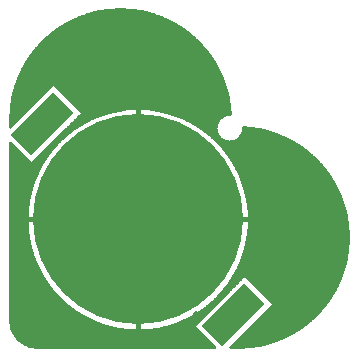
<source format=gbl>
%FSLAX33Y33*%
%MOMM*%
%AMRect-W2500000-H5100000-RO0.250*
21,1,2.5,5.1,0.,0.,315*%
%ADD10C,0.0508*%
%ADD11C,0.51054*%
%ADD12C,17.8*%
%ADD13Rect-W2500000-H5100000-RO0.250*%
D10*
%LNpour fill*%
G01*
X19720Y0633D02*
X19720Y0633D01*
X19722Y0633*
X19750Y0630*
X19778Y0633*
X19780Y0633*
X20000Y0622*
X20919Y0667*
X21830Y0802*
X22722Y1026*
X23589Y1336*
X24421Y1729*
X25210Y2202*
X25949Y2750*
X26631Y3369*
X27249Y4050*
X27798Y4790*
X28271Y5579*
X28664Y6411*
X28974Y7278*
X29198Y8170*
X29333Y9081*
X29378Y10000*
X29333Y10919*
X29198Y11830*
X28974Y12722*
X28664Y13589*
X28271Y14421*
X27798Y15210*
X27249Y15949*
X26631Y16631*
X25949Y17249*
X25210Y17798*
X24421Y18271*
X23589Y18664*
X22722Y18974*
X21830Y19198*
X20919Y19333*
X20400Y19359*
X20330Y19283*
X20334Y19252*
X20334Y19248*
X20298Y18971*
X20297Y18968*
X20190Y18709*
X20188Y18706*
X20018Y18484*
X20016Y18482*
X19794Y18312*
X19791Y18310*
X19532Y18203*
X19529Y18202*
X19252Y18166*
X19248Y18166*
X18971Y18202*
X18968Y18203*
X18709Y18310*
X18706Y18312*
X18484Y18482*
X18482Y18484*
X18312Y18706*
X18310Y18709*
X18203Y18968*
X18202Y18971*
X18166Y19248*
X18166Y19252*
X18202Y19529*
X18203Y19532*
X18310Y19791*
X18312Y19794*
X18482Y20016*
X18484Y20018*
X18706Y20188*
X18709Y20190*
X18968Y20297*
X18971Y20298*
X19248Y20334*
X19252Y20334*
X19283Y20330*
X19359Y20400*
X19333Y20919*
X19198Y21830*
X18974Y22722*
X18664Y23589*
X18271Y24421*
X17798Y25210*
X17249Y25949*
X16631Y26631*
X15949Y27249*
X15210Y27798*
X14421Y28271*
X13589Y28664*
X12722Y28974*
X11830Y29198*
X10919Y29333*
X10000Y29378*
X9081Y29333*
X8170Y29198*
X7278Y28974*
X6411Y28664*
X5579Y28271*
X4790Y27798*
X4050Y27249*
X3369Y26631*
X2750Y25949*
X2202Y25210*
X1729Y24421*
X1336Y23589*
X1026Y22722*
X0802Y21830*
X0667Y20919*
X0622Y20000*
X0633Y19780*
X0633Y19778*
X0630Y19750*
X0633Y19722*
X0633Y19720*
X0621Y19485*
X0621Y19305*
X0707Y19269*
X4312Y22874*
X4333Y22874*
X6682Y20526*
X6682Y20505*
X2495Y16318*
X2474Y16318*
X0707Y18085*
X0621Y18050*
X0621Y3015*
X0633Y2767*
X0667Y2536*
X0724Y2310*
X0803Y2090*
X0903Y1879*
X1023Y1679*
X1162Y1491*
X1318Y1318*
X1491Y1162*
X1679Y1023*
X1879Y0903*
X2090Y0803*
X2310Y0724*
X2536Y0667*
X2767Y0633*
X3015Y0621*
X18050Y0621*
X18085Y0707*
X16318Y2474*
X16318Y2495*
X20505Y6682*
X20526Y6682*
X22874Y4333*
X22874Y4312*
X19269Y0707*
X19305Y0621*
X19485Y0621*
X19720Y0633*
X20826Y11690D02*
X20826Y11690D01*
X20799Y12313*
X20799Y12314*
X20693Y13120*
X20692Y13121*
X20516Y13915*
X20516Y13916*
X20272Y14692*
X20271Y14693*
X19960Y15444*
X19959Y15445*
X19584Y16167*
X19583Y16168*
X19146Y16853*
X19146Y16854*
X18651Y17500*
X18650Y17500*
X18101Y18100*
X18100Y18101*
X17500Y18650*
X17500Y18651*
X16854Y19146*
X16853Y19146*
X16168Y19583*
X16167Y19584*
X15445Y19959*
X15444Y19960*
X14693Y20271*
X14692Y20272*
X13916Y20516*
X13915Y20516*
X13121Y20692*
X13120Y20693*
X12314Y20799*
X12313Y20799*
X11690Y20826*
X11675Y20811*
X11675Y11689*
X11689Y11675*
X20811Y11675*
X20826Y11690*
X11325Y11689D02*
X11325Y11689D01*
X11325Y20811*
X11310Y20826*
X10687Y20799*
X10686Y20799*
X9880Y20693*
X9879Y20692*
X9085Y20516*
X9084Y20516*
X8308Y20272*
X8307Y20271*
X7556Y19960*
X7555Y19959*
X6833Y19584*
X6832Y19583*
X6147Y19146*
X6146Y19146*
X5500Y18651*
X5500Y18650*
X4900Y18101*
X4899Y18100*
X4350Y17500*
X4349Y17500*
X3854Y16854*
X3854Y16853*
X3417Y16168*
X3416Y16167*
X3041Y15445*
X3040Y15444*
X2729Y14693*
X2728Y14692*
X2484Y13916*
X2484Y13915*
X2308Y13121*
X2307Y13120*
X2201Y12314*
X2201Y12313*
X2174Y11690*
X2189Y11675*
X11311Y11675*
X11325Y11689*
X12313Y2201D02*
X12313Y2201D01*
X12314Y2201*
X13120Y2307*
X13121Y2308*
X13915Y2484*
X13916Y2484*
X14692Y2728*
X14693Y2729*
X15444Y3040*
X15445Y3041*
X16167Y3416*
X16168Y3417*
X16853Y3854*
X16854Y3854*
X17500Y4349*
X17500Y4350*
X18100Y4899*
X18101Y4900*
X18650Y5500*
X18651Y5500*
X19146Y6146*
X19146Y6147*
X19583Y6832*
X19584Y6833*
X19959Y7555*
X19960Y7556*
X20271Y8307*
X20272Y8308*
X20516Y9084*
X20516Y9085*
X20692Y9879*
X20693Y9880*
X20799Y10686*
X20799Y10687*
X20826Y11310*
X20811Y11325*
X11689Y11325*
X11675Y11311*
X11675Y2189*
X11690Y2174*
X12313Y2201*
X11325Y2189D02*
X11325Y2189D01*
X11325Y11311*
X11311Y11325*
X2189Y11325*
X2174Y11310*
X2201Y10687*
X2201Y10686*
X2307Y9880*
X2308Y9879*
X2484Y9085*
X2484Y9084*
X2728Y8308*
X2729Y8307*
X3040Y7556*
X3041Y7555*
X3416Y6833*
X3417Y6832*
X3854Y6147*
X3854Y6146*
X4349Y5500*
X4350Y5500*
X4899Y4900*
X4900Y4899*
X5500Y4350*
X5500Y4349*
X6146Y3854*
X6147Y3854*
X6832Y3417*
X6833Y3416*
X7555Y3041*
X7556Y3040*
X8307Y2729*
X8308Y2728*
X9084Y2484*
X9085Y2484*
X9879Y2308*
X9880Y2307*
X10686Y2201*
X10687Y2201*
X11310Y2174*
X11325Y2189*
X2686Y0645D02*
X18060Y0645D01*
X19295Y0645D02*
X20476Y0645D01*
X2427Y0695D02*
X18080Y0695D01*
X19274Y0695D02*
X21106Y0695D01*
X2254Y0744D02*
X18048Y0744D01*
X19306Y0744D02*
X21440Y0744D01*
X2115Y0794D02*
X17998Y0794D01*
X19356Y0794D02*
X21774Y0794D01*
X2004Y0843D02*
X17949Y0843D01*
X19405Y0843D02*
X21995Y0843D01*
X1900Y0893D02*
X17899Y0893D01*
X19455Y0893D02*
X22192Y0893D01*
X1813Y0942D02*
X17850Y0942D01*
X19504Y0942D02*
X22390Y0942D01*
X1730Y0992D02*
X17800Y0992D01*
X19554Y0992D02*
X22588Y0992D01*
X1653Y1041D02*
X17751Y1041D01*
X19603Y1041D02*
X22766Y1041D01*
X1587Y1091D02*
X17701Y1091D01*
X19653Y1091D02*
X22905Y1091D01*
X1520Y1140D02*
X17652Y1140D01*
X19703Y1140D02*
X23043Y1140D01*
X1460Y1190D02*
X17602Y1190D01*
X19752Y1190D02*
X23182Y1190D01*
X1405Y1239D02*
X17553Y1239D01*
X19802Y1239D02*
X23320Y1239D01*
X1351Y1289D02*
X17503Y1289D01*
X19851Y1289D02*
X23459Y1289D01*
X1300Y1339D02*
X17454Y1339D01*
X19901Y1339D02*
X23595Y1339D01*
X1255Y1388D02*
X17404Y1388D01*
X19950Y1388D02*
X23700Y1388D01*
X1210Y1438D02*
X17355Y1438D01*
X20000Y1438D02*
X23805Y1438D01*
X1165Y1487D02*
X17305Y1487D01*
X20049Y1487D02*
X23909Y1487D01*
X1128Y1537D02*
X17255Y1537D01*
X20099Y1537D02*
X24014Y1537D01*
X1091Y1586D02*
X17206Y1586D01*
X20148Y1586D02*
X24119Y1586D01*
X1054Y1636D02*
X17156Y1636D01*
X20198Y1636D02*
X24223Y1636D01*
X1019Y1685D02*
X17107Y1685D01*
X20247Y1685D02*
X24328Y1685D01*
X0989Y1735D02*
X17057Y1735D01*
X20297Y1735D02*
X24430Y1735D01*
X0959Y1784D02*
X17008Y1784D01*
X20346Y1784D02*
X24513Y1784D01*
X0930Y1834D02*
X16958Y1834D01*
X20396Y1834D02*
X24596Y1834D01*
X0900Y1883D02*
X16909Y1883D01*
X20445Y1883D02*
X24678Y1883D01*
X0877Y1933D02*
X16859Y1933D01*
X20495Y1933D02*
X24761Y1933D01*
X0854Y1982D02*
X16810Y1982D01*
X20545Y1982D02*
X24844Y1982D01*
X0830Y2032D02*
X16760Y2032D01*
X20594Y2032D02*
X24926Y2032D01*
X0807Y2081D02*
X16711Y2081D01*
X20644Y2081D02*
X25009Y2081D01*
X0788Y2131D02*
X16661Y2131D01*
X20693Y2131D02*
X25091Y2131D01*
X0770Y2181D02*
X11160Y2181D01*
X11317Y2181D02*
X11683Y2181D01*
X11840Y2181D02*
X16612Y2181D01*
X20743Y2181D02*
X25174Y2181D01*
X0753Y2230D02*
X10467Y2230D01*
X11325Y2230D02*
X11675Y2230D01*
X12533Y2230D02*
X16562Y2230D01*
X20792Y2230D02*
X25248Y2230D01*
X0735Y2280D02*
X10091Y2280D01*
X11325Y2280D02*
X11675Y2280D01*
X12909Y2280D02*
X16513Y2280D01*
X20842Y2280D02*
X25315Y2280D01*
X0719Y2329D02*
X9782Y2329D01*
X11325Y2329D02*
X11675Y2329D01*
X13218Y2329D02*
X16463Y2329D01*
X20891Y2329D02*
X25381Y2329D01*
X0707Y2379D02*
X9558Y2379D01*
X11325Y2379D02*
X11675Y2379D01*
X13442Y2379D02*
X16413Y2379D01*
X20941Y2379D02*
X25448Y2379D01*
X0694Y2428D02*
X9335Y2428D01*
X11325Y2428D02*
X11675Y2428D01*
X13665Y2428D02*
X16364Y2428D01*
X20990Y2428D02*
X25515Y2428D01*
X0682Y2478D02*
X9111Y2478D01*
X11325Y2478D02*
X11675Y2478D01*
X13889Y2478D02*
X16318Y2478D01*
X21040Y2478D02*
X25582Y2478D01*
X0670Y2527D02*
X8946Y2527D01*
X11325Y2527D02*
X11675Y2527D01*
X14054Y2527D02*
X16351Y2527D01*
X21089Y2527D02*
X25648Y2527D01*
X0661Y2577D02*
X8789Y2577D01*
X11325Y2577D02*
X11675Y2577D01*
X14211Y2577D02*
X16400Y2577D01*
X21139Y2577D02*
X25715Y2577D01*
X0654Y2626D02*
X8632Y2626D01*
X11325Y2626D02*
X11675Y2626D01*
X14368Y2626D02*
X16450Y2626D01*
X21188Y2626D02*
X25782Y2626D01*
X0647Y2676D02*
X8475Y2676D01*
X11325Y2676D02*
X11675Y2676D01*
X14525Y2676D02*
X16499Y2676D01*
X21238Y2676D02*
X25849Y2676D01*
X0639Y2725D02*
X8318Y2725D01*
X11325Y2725D02*
X11675Y2725D01*
X14682Y2725D02*
X16549Y2725D01*
X21288Y2725D02*
X25916Y2725D01*
X0633Y2775D02*
X8196Y2775D01*
X11325Y2775D02*
X11675Y2775D01*
X14804Y2775D02*
X16598Y2775D01*
X21337Y2775D02*
X25976Y2775D01*
X0630Y2824D02*
X8076Y2824D01*
X11325Y2824D02*
X11675Y2824D01*
X14924Y2824D02*
X16648Y2824D01*
X21387Y2824D02*
X26031Y2824D01*
X0628Y2874D02*
X7957Y2874D01*
X11325Y2874D02*
X11675Y2874D01*
X15043Y2874D02*
X16697Y2874D01*
X21436Y2874D02*
X26086Y2874D01*
X0625Y2924D02*
X7837Y2924D01*
X11325Y2924D02*
X11675Y2924D01*
X15163Y2924D02*
X16747Y2924D01*
X21486Y2924D02*
X26140Y2924D01*
X0623Y2973D02*
X7717Y2973D01*
X11325Y2973D02*
X11675Y2973D01*
X15283Y2973D02*
X16796Y2973D01*
X21535Y2973D02*
X26195Y2973D01*
X0621Y3023D02*
X7598Y3023D01*
X11325Y3023D02*
X11675Y3023D01*
X15402Y3023D02*
X16846Y3023D01*
X21585Y3023D02*
X26250Y3023D01*
X0621Y3072D02*
X7494Y3072D01*
X11325Y3072D02*
X11675Y3072D01*
X15506Y3072D02*
X16895Y3072D01*
X21634Y3072D02*
X26304Y3072D01*
X0621Y3122D02*
X7399Y3122D01*
X11325Y3122D02*
X11675Y3122D01*
X15601Y3122D02*
X16945Y3122D01*
X21684Y3122D02*
X26359Y3122D01*
X0621Y3171D02*
X7304Y3171D01*
X11325Y3171D02*
X11675Y3171D01*
X15696Y3171D02*
X16995Y3171D01*
X21733Y3171D02*
X26414Y3171D01*
X0621Y3221D02*
X7209Y3221D01*
X11325Y3221D02*
X11675Y3221D01*
X15791Y3221D02*
X17044Y3221D01*
X21783Y3221D02*
X26468Y3221D01*
X0621Y3270D02*
X7113Y3270D01*
X11325Y3270D02*
X11675Y3270D01*
X15887Y3270D02*
X17094Y3270D01*
X21832Y3270D02*
X26523Y3270D01*
X0621Y3320D02*
X7018Y3320D01*
X11325Y3320D02*
X11675Y3320D01*
X15982Y3320D02*
X17143Y3320D01*
X21882Y3320D02*
X26578Y3320D01*
X0621Y3369D02*
X6923Y3369D01*
X11325Y3369D02*
X11675Y3369D01*
X16077Y3369D02*
X17193Y3369D01*
X21931Y3369D02*
X26632Y3369D01*
X0621Y3419D02*
X6829Y3419D01*
X11325Y3419D02*
X11675Y3419D01*
X16171Y3419D02*
X17242Y3419D01*
X21981Y3419D02*
X26677Y3419D01*
X0621Y3468D02*
X6751Y3468D01*
X11325Y3468D02*
X11675Y3468D01*
X16249Y3468D02*
X17292Y3468D01*
X22030Y3468D02*
X26722Y3468D01*
X0621Y3518D02*
X6673Y3518D01*
X11325Y3518D02*
X11675Y3518D01*
X16327Y3518D02*
X17341Y3518D01*
X22080Y3518D02*
X26767Y3518D01*
X0621Y3567D02*
X6596Y3567D01*
X11325Y3567D02*
X11675Y3567D01*
X16404Y3567D02*
X17391Y3567D01*
X22130Y3567D02*
X26812Y3567D01*
X0621Y3617D02*
X6518Y3617D01*
X11325Y3617D02*
X11675Y3617D01*
X16482Y3617D02*
X17440Y3617D01*
X22179Y3617D02*
X26857Y3617D01*
X0621Y3666D02*
X6440Y3666D01*
X11325Y3666D02*
X11675Y3666D01*
X16560Y3666D02*
X17490Y3666D01*
X22229Y3666D02*
X26901Y3666D01*
X0621Y3716D02*
X6362Y3716D01*
X11325Y3716D02*
X11675Y3716D01*
X16638Y3716D02*
X17539Y3716D01*
X22278Y3716D02*
X26946Y3716D01*
X0621Y3766D02*
X6285Y3766D01*
X11325Y3766D02*
X11675Y3766D01*
X16715Y3766D02*
X17589Y3766D01*
X22328Y3766D02*
X26991Y3766D01*
X0621Y3815D02*
X6207Y3815D01*
X11325Y3815D02*
X11675Y3815D01*
X16793Y3815D02*
X17638Y3815D01*
X22377Y3815D02*
X27036Y3815D01*
X0621Y3865D02*
X6132Y3865D01*
X11325Y3865D02*
X11675Y3865D01*
X16868Y3865D02*
X17688Y3865D01*
X22427Y3865D02*
X27081Y3865D01*
X0621Y3914D02*
X6067Y3914D01*
X11325Y3914D02*
X11675Y3914D01*
X16933Y3914D02*
X17737Y3914D01*
X22476Y3914D02*
X27126Y3914D01*
X0621Y3964D02*
X6003Y3964D01*
X11325Y3964D02*
X11675Y3964D01*
X16997Y3964D02*
X17787Y3964D01*
X22526Y3964D02*
X27171Y3964D01*
X0621Y4013D02*
X5938Y4013D01*
X11325Y4013D02*
X11675Y4013D01*
X17062Y4013D02*
X17837Y4013D01*
X22575Y4013D02*
X27216Y4013D01*
X0621Y4063D02*
X5874Y4063D01*
X11325Y4063D02*
X11675Y4063D01*
X17126Y4063D02*
X17886Y4063D01*
X22625Y4063D02*
X27259Y4063D01*
X0621Y4112D02*
X5809Y4112D01*
X11325Y4112D02*
X11675Y4112D01*
X17191Y4112D02*
X17936Y4112D01*
X22674Y4112D02*
X27295Y4112D01*
X0621Y4162D02*
X5745Y4162D01*
X11325Y4162D02*
X11675Y4162D01*
X17255Y4162D02*
X17985Y4162D01*
X22724Y4162D02*
X27332Y4162D01*
X0621Y4211D02*
X5680Y4211D01*
X11325Y4211D02*
X11675Y4211D01*
X17320Y4211D02*
X18035Y4211D01*
X22773Y4211D02*
X27369Y4211D01*
X0621Y4261D02*
X5616Y4261D01*
X11325Y4261D02*
X11675Y4261D01*
X17384Y4261D02*
X18084Y4261D01*
X22823Y4261D02*
X27405Y4261D01*
X0621Y4310D02*
X5551Y4310D01*
X11325Y4310D02*
X11675Y4310D01*
X17449Y4310D02*
X18134Y4310D01*
X22872Y4310D02*
X27442Y4310D01*
X0621Y4360D02*
X5489Y4360D01*
X11325Y4360D02*
X11675Y4360D01*
X17511Y4360D02*
X18183Y4360D01*
X22848Y4360D02*
X27479Y4360D01*
X0621Y4409D02*
X5435Y4409D01*
X11325Y4409D02*
X11675Y4409D01*
X17565Y4409D02*
X18233Y4409D01*
X22798Y4409D02*
X27516Y4409D01*
X0621Y4459D02*
X5381Y4459D01*
X11325Y4459D02*
X11675Y4459D01*
X17619Y4459D02*
X18282Y4459D01*
X22749Y4459D02*
X27552Y4459D01*
X0621Y4508D02*
X5327Y4508D01*
X11325Y4508D02*
X11675Y4508D01*
X17673Y4508D02*
X18332Y4508D01*
X22699Y4508D02*
X27589Y4508D01*
X0621Y4558D02*
X5273Y4558D01*
X11325Y4558D02*
X11675Y4558D01*
X17727Y4558D02*
X18381Y4558D01*
X22650Y4558D02*
X27626Y4558D01*
X0621Y4608D02*
X5218Y4608D01*
X11325Y4608D02*
X11675Y4608D01*
X17782Y4608D02*
X18431Y4608D01*
X22600Y4608D02*
X27663Y4608D01*
X0621Y4657D02*
X5164Y4657D01*
X11325Y4657D02*
X11675Y4657D01*
X17836Y4657D02*
X18480Y4657D01*
X22551Y4657D02*
X27699Y4657D01*
X0621Y4707D02*
X5110Y4707D01*
X11325Y4707D02*
X11675Y4707D01*
X17890Y4707D02*
X18530Y4707D01*
X22501Y4707D02*
X27736Y4707D01*
X0621Y4756D02*
X5056Y4756D01*
X11325Y4756D02*
X11675Y4756D01*
X17944Y4756D02*
X18579Y4756D01*
X22452Y4756D02*
X27773Y4756D01*
X0621Y4806D02*
X5002Y4806D01*
X11325Y4806D02*
X11675Y4806D01*
X17998Y4806D02*
X18629Y4806D01*
X22402Y4806D02*
X27807Y4806D01*
X0621Y4855D02*
X4948Y4855D01*
X11325Y4855D02*
X11675Y4855D01*
X18052Y4855D02*
X18679Y4855D01*
X22353Y4855D02*
X27837Y4855D01*
X0621Y4905D02*
X4895Y4905D01*
X11325Y4905D02*
X11675Y4905D01*
X18105Y4905D02*
X18728Y4905D01*
X22303Y4905D02*
X27867Y4905D01*
X0621Y4954D02*
X4850Y4954D01*
X11325Y4954D02*
X11675Y4954D01*
X18150Y4954D02*
X18778Y4954D01*
X22254Y4954D02*
X27896Y4954D01*
X0621Y5004D02*
X4804Y5004D01*
X11325Y5004D02*
X11675Y5004D01*
X18196Y5004D02*
X18827Y5004D01*
X22204Y5004D02*
X27926Y5004D01*
X0621Y5053D02*
X4759Y5053D01*
X11325Y5053D02*
X11675Y5053D01*
X18241Y5053D02*
X18877Y5053D01*
X22155Y5053D02*
X27956Y5053D01*
X0621Y5103D02*
X4714Y5103D01*
X11325Y5103D02*
X11675Y5103D01*
X18286Y5103D02*
X18926Y5103D01*
X22105Y5103D02*
X27985Y5103D01*
X0621Y5152D02*
X4668Y5152D01*
X11325Y5152D02*
X11675Y5152D01*
X18332Y5152D02*
X18976Y5152D01*
X22055Y5152D02*
X28015Y5152D01*
X0621Y5202D02*
X4623Y5202D01*
X11325Y5202D02*
X11675Y5202D01*
X18377Y5202D02*
X19025Y5202D01*
X22006Y5202D02*
X28045Y5202D01*
X0621Y5251D02*
X4577Y5251D01*
X11325Y5251D02*
X11675Y5251D01*
X18423Y5251D02*
X19075Y5251D01*
X21956Y5251D02*
X28074Y5251D01*
X0621Y5301D02*
X4532Y5301D01*
X11325Y5301D02*
X11675Y5301D01*
X18468Y5301D02*
X19124Y5301D01*
X21907Y5301D02*
X28104Y5301D01*
X0621Y5350D02*
X4487Y5350D01*
X11325Y5350D02*
X11675Y5350D01*
X18513Y5350D02*
X19174Y5350D01*
X21857Y5350D02*
X28134Y5350D01*
X0621Y5400D02*
X4441Y5400D01*
X11325Y5400D02*
X11675Y5400D01*
X18559Y5400D02*
X19223Y5400D01*
X21808Y5400D02*
X28164Y5400D01*
X0621Y5450D02*
X4396Y5450D01*
X11325Y5450D02*
X11675Y5450D01*
X18604Y5450D02*
X19273Y5450D01*
X21758Y5450D02*
X28193Y5450D01*
X0621Y5499D02*
X4350Y5499D01*
X11325Y5499D02*
X11675Y5499D01*
X18650Y5499D02*
X19322Y5499D01*
X21709Y5499D02*
X28223Y5499D01*
X0621Y5549D02*
X4312Y5549D01*
X11325Y5549D02*
X11675Y5549D01*
X18688Y5549D02*
X19372Y5549D01*
X21659Y5549D02*
X28253Y5549D01*
X0621Y5598D02*
X4274Y5598D01*
X11325Y5598D02*
X11675Y5598D01*
X18726Y5598D02*
X19421Y5598D01*
X21610Y5598D02*
X28280Y5598D01*
X0621Y5648D02*
X4236Y5648D01*
X11325Y5648D02*
X11675Y5648D01*
X18764Y5648D02*
X19471Y5648D01*
X21560Y5648D02*
X28303Y5648D01*
X0621Y5697D02*
X4198Y5697D01*
X11325Y5697D02*
X11675Y5697D01*
X18802Y5697D02*
X19521Y5697D01*
X21511Y5697D02*
X28327Y5697D01*
X0621Y5747D02*
X4160Y5747D01*
X11325Y5747D02*
X11675Y5747D01*
X18840Y5747D02*
X19570Y5747D01*
X21461Y5747D02*
X28350Y5747D01*
X0621Y5796D02*
X4122Y5796D01*
X11325Y5796D02*
X11675Y5796D01*
X18878Y5796D02*
X19620Y5796D01*
X21412Y5796D02*
X28374Y5796D01*
X0621Y5846D02*
X4084Y5846D01*
X11325Y5846D02*
X11675Y5846D01*
X18916Y5846D02*
X19669Y5846D01*
X21362Y5846D02*
X28397Y5846D01*
X0621Y5895D02*
X4046Y5895D01*
X11325Y5895D02*
X11675Y5895D01*
X18954Y5895D02*
X19719Y5895D01*
X21313Y5895D02*
X28420Y5895D01*
X0621Y5945D02*
X4008Y5945D01*
X11325Y5945D02*
X11675Y5945D01*
X18992Y5945D02*
X19768Y5945D01*
X21263Y5945D02*
X28444Y5945D01*
X0621Y5994D02*
X3970Y5994D01*
X11325Y5994D02*
X11675Y5994D01*
X19030Y5994D02*
X19818Y5994D01*
X21213Y5994D02*
X28467Y5994D01*
X0621Y6044D02*
X3932Y6044D01*
X11325Y6044D02*
X11675Y6044D01*
X19068Y6044D02*
X19867Y6044D01*
X21164Y6044D02*
X28491Y6044D01*
X0621Y6093D02*
X3894Y6093D01*
X11325Y6093D02*
X11675Y6093D01*
X19106Y6093D02*
X19917Y6093D01*
X21114Y6093D02*
X28514Y6093D01*
X0621Y6143D02*
X3856Y6143D01*
X11325Y6143D02*
X11675Y6143D01*
X19144Y6143D02*
X19966Y6143D01*
X21065Y6143D02*
X28538Y6143D01*
X0621Y6192D02*
X3824Y6192D01*
X11325Y6192D02*
X11675Y6192D01*
X19176Y6192D02*
X20016Y6192D01*
X21015Y6192D02*
X28561Y6192D01*
X0621Y6242D02*
X3793Y6242D01*
X11325Y6242D02*
X11675Y6242D01*
X19207Y6242D02*
X20065Y6242D01*
X20966Y6242D02*
X28584Y6242D01*
X0621Y6292D02*
X3761Y6292D01*
X11325Y6292D02*
X11675Y6292D01*
X19239Y6292D02*
X20115Y6292D01*
X20916Y6292D02*
X28608Y6292D01*
X0621Y6341D02*
X3730Y6341D01*
X11325Y6341D02*
X11675Y6341D01*
X19270Y6341D02*
X20164Y6341D01*
X20867Y6341D02*
X28631Y6341D01*
X0621Y6391D02*
X3698Y6391D01*
X11325Y6391D02*
X11675Y6391D01*
X19302Y6391D02*
X20214Y6391D01*
X20817Y6391D02*
X28655Y6391D01*
X0621Y6440D02*
X3666Y6440D01*
X11325Y6440D02*
X11675Y6440D01*
X19334Y6440D02*
X20264Y6440D01*
X20768Y6440D02*
X28675Y6440D01*
X0621Y6490D02*
X3635Y6490D01*
X11325Y6490D02*
X11675Y6490D01*
X19365Y6490D02*
X20313Y6490D01*
X20718Y6490D02*
X28692Y6490D01*
X0621Y6539D02*
X3603Y6539D01*
X11325Y6539D02*
X11675Y6539D01*
X19397Y6539D02*
X20363Y6539D01*
X20669Y6539D02*
X28710Y6539D01*
X0621Y6589D02*
X3572Y6589D01*
X11325Y6589D02*
X11675Y6589D01*
X19428Y6589D02*
X20412Y6589D01*
X20619Y6589D02*
X28728Y6589D01*
X0621Y6638D02*
X3540Y6638D01*
X11325Y6638D02*
X11675Y6638D01*
X19460Y6638D02*
X20462Y6638D01*
X20570Y6638D02*
X28746Y6638D01*
X0621Y6688D02*
X3509Y6688D01*
X11325Y6688D02*
X11675Y6688D01*
X19491Y6688D02*
X28763Y6688D01*
X0621Y6737D02*
X3477Y6737D01*
X11325Y6737D02*
X11675Y6737D01*
X19523Y6737D02*
X28781Y6737D01*
X0621Y6787D02*
X3446Y6787D01*
X11325Y6787D02*
X11675Y6787D01*
X19554Y6787D02*
X28799Y6787D01*
X0621Y6836D02*
X3414Y6836D01*
X11325Y6836D02*
X11675Y6836D01*
X19586Y6836D02*
X28817Y6836D01*
X0621Y6886D02*
X3389Y6886D01*
X11325Y6886D02*
X11675Y6886D01*
X19611Y6886D02*
X28834Y6886D01*
X0621Y6935D02*
X3363Y6935D01*
X11325Y6935D02*
X11675Y6935D01*
X19637Y6935D02*
X28852Y6935D01*
X0621Y6985D02*
X3337Y6985D01*
X11325Y6985D02*
X11675Y6985D01*
X19663Y6985D02*
X28870Y6985D01*
X0621Y7034D02*
X3311Y7034D01*
X11325Y7034D02*
X11675Y7034D01*
X19689Y7034D02*
X28887Y7034D01*
X0621Y7084D02*
X3286Y7084D01*
X11325Y7084D02*
X11675Y7084D01*
X19714Y7084D02*
X28905Y7084D01*
X0621Y7134D02*
X3260Y7134D01*
X11325Y7134D02*
X11675Y7134D01*
X19740Y7134D02*
X28923Y7134D01*
X0621Y7183D02*
X3234Y7183D01*
X11325Y7183D02*
X11675Y7183D01*
X19766Y7183D02*
X28941Y7183D01*
X0621Y7233D02*
X3208Y7233D01*
X11325Y7233D02*
X11675Y7233D01*
X19792Y7233D02*
X28958Y7233D01*
X0621Y7282D02*
X3182Y7282D01*
X11325Y7282D02*
X11675Y7282D01*
X19818Y7282D02*
X28976Y7282D01*
X0621Y7332D02*
X3157Y7332D01*
X11325Y7332D02*
X11675Y7332D01*
X19843Y7332D02*
X28988Y7332D01*
X0621Y7381D02*
X3131Y7381D01*
X11325Y7381D02*
X11675Y7381D01*
X19869Y7381D02*
X29000Y7381D01*
X0621Y7431D02*
X3105Y7431D01*
X11325Y7431D02*
X11675Y7431D01*
X19895Y7431D02*
X29013Y7431D01*
X0621Y7480D02*
X3079Y7480D01*
X11325Y7480D02*
X11675Y7480D01*
X19921Y7480D02*
X29025Y7480D01*
X0621Y7530D02*
X3053Y7530D01*
X11325Y7530D02*
X11675Y7530D01*
X19947Y7530D02*
X29038Y7530D01*
X0621Y7579D02*
X3030Y7579D01*
X11325Y7579D02*
X11675Y7579D01*
X19970Y7579D02*
X29050Y7579D01*
X0621Y7629D02*
X3010Y7629D01*
X11325Y7629D02*
X11675Y7629D01*
X19990Y7629D02*
X29062Y7629D01*
X0621Y7678D02*
X2989Y7678D01*
X11325Y7678D02*
X11675Y7678D01*
X20011Y7678D02*
X29075Y7678D01*
X0621Y7728D02*
X2969Y7728D01*
X11325Y7728D02*
X11675Y7728D01*
X20031Y7728D02*
X29087Y7728D01*
X0621Y7777D02*
X2948Y7777D01*
X11325Y7777D02*
X11675Y7777D01*
X20052Y7777D02*
X29100Y7777D01*
X0621Y7827D02*
X2928Y7827D01*
X11325Y7827D02*
X11675Y7827D01*
X20072Y7827D02*
X29112Y7827D01*
X0621Y7877D02*
X2907Y7877D01*
X11325Y7877D02*
X11675Y7877D01*
X20093Y7877D02*
X29124Y7877D01*
X0621Y7926D02*
X2887Y7926D01*
X11325Y7926D02*
X11675Y7926D01*
X20113Y7926D02*
X29137Y7926D01*
X0621Y7976D02*
X2866Y7976D01*
X11325Y7976D02*
X11675Y7976D01*
X20134Y7976D02*
X29149Y7976D01*
X0621Y8025D02*
X2846Y8025D01*
X11325Y8025D02*
X11675Y8025D01*
X20154Y8025D02*
X29162Y8025D01*
X0621Y8075D02*
X2825Y8075D01*
X11325Y8075D02*
X11675Y8075D01*
X20175Y8075D02*
X29174Y8075D01*
X0621Y8124D02*
X2805Y8124D01*
X11325Y8124D02*
X11675Y8124D01*
X20195Y8124D02*
X29186Y8124D01*
X0621Y8174D02*
X2784Y8174D01*
X11325Y8174D02*
X11675Y8174D01*
X20216Y8174D02*
X29198Y8174D01*
X0621Y8223D02*
X2764Y8223D01*
X11325Y8223D02*
X11675Y8223D01*
X20236Y8223D02*
X29206Y8223D01*
X0621Y8273D02*
X2743Y8273D01*
X11325Y8273D02*
X11675Y8273D01*
X20257Y8273D02*
X29213Y8273D01*
X0621Y8322D02*
X2724Y8322D01*
X11325Y8322D02*
X11675Y8322D01*
X20276Y8322D02*
X29221Y8322D01*
X0621Y8372D02*
X2708Y8372D01*
X11325Y8372D02*
X11675Y8372D01*
X20292Y8372D02*
X29228Y8372D01*
X0621Y8421D02*
X2693Y8421D01*
X11325Y8421D02*
X11675Y8421D01*
X20307Y8421D02*
X29235Y8421D01*
X0621Y8471D02*
X2677Y8471D01*
X11325Y8471D02*
X11675Y8471D01*
X20323Y8471D02*
X29243Y8471D01*
X0621Y8520D02*
X2662Y8520D01*
X11325Y8520D02*
X11675Y8520D01*
X20338Y8520D02*
X29250Y8520D01*
X0621Y8570D02*
X2646Y8570D01*
X11325Y8570D02*
X11675Y8570D01*
X20354Y8570D02*
X29257Y8570D01*
X0621Y8619D02*
X2630Y8619D01*
X11325Y8619D02*
X11675Y8619D01*
X20370Y8619D02*
X29265Y8619D01*
X0621Y8669D02*
X2615Y8669D01*
X11325Y8669D02*
X11675Y8669D01*
X20385Y8669D02*
X29272Y8669D01*
X0621Y8719D02*
X2599Y8719D01*
X11325Y8719D02*
X11675Y8719D01*
X20401Y8719D02*
X29279Y8719D01*
X0621Y8768D02*
X2583Y8768D01*
X11325Y8768D02*
X11675Y8768D01*
X20417Y8768D02*
X29287Y8768D01*
X0621Y8818D02*
X2568Y8818D01*
X11325Y8818D02*
X11675Y8818D01*
X20432Y8818D02*
X29294Y8818D01*
X0621Y8867D02*
X2552Y8867D01*
X11325Y8867D02*
X11675Y8867D01*
X20448Y8867D02*
X29301Y8867D01*
X0621Y8917D02*
X2537Y8917D01*
X11325Y8917D02*
X11675Y8917D01*
X20463Y8917D02*
X29309Y8917D01*
X0621Y8966D02*
X2521Y8966D01*
X11325Y8966D02*
X11675Y8966D01*
X20479Y8966D02*
X29316Y8966D01*
X0621Y9016D02*
X2505Y9016D01*
X11325Y9016D02*
X11675Y9016D01*
X20495Y9016D02*
X29323Y9016D01*
X0621Y9065D02*
X2490Y9065D01*
X11325Y9065D02*
X11675Y9065D01*
X20510Y9065D02*
X29331Y9065D01*
X0621Y9115D02*
X2477Y9115D01*
X11325Y9115D02*
X11675Y9115D01*
X20523Y9115D02*
X29335Y9115D01*
X0621Y9164D02*
X2466Y9164D01*
X11325Y9164D02*
X11675Y9164D01*
X20534Y9164D02*
X29337Y9164D01*
X0621Y9214D02*
X2455Y9214D01*
X11325Y9214D02*
X11675Y9214D01*
X20545Y9214D02*
X29340Y9214D01*
X0621Y9263D02*
X2444Y9263D01*
X11325Y9263D02*
X11675Y9263D01*
X20556Y9263D02*
X29342Y9263D01*
X0621Y9313D02*
X2433Y9313D01*
X11325Y9313D02*
X11675Y9313D01*
X20567Y9313D02*
X29344Y9313D01*
X0621Y9362D02*
X2422Y9362D01*
X11325Y9362D02*
X11675Y9362D01*
X20578Y9362D02*
X29347Y9362D01*
X0621Y9412D02*
X2411Y9412D01*
X11325Y9412D02*
X11675Y9412D01*
X20589Y9412D02*
X29349Y9412D01*
X0621Y9461D02*
X2400Y9461D01*
X11325Y9461D02*
X11675Y9461D01*
X20600Y9461D02*
X29352Y9461D01*
X0621Y9511D02*
X2389Y9511D01*
X11325Y9511D02*
X11675Y9511D01*
X20611Y9511D02*
X29354Y9511D01*
X0621Y9561D02*
X2378Y9561D01*
X11325Y9561D02*
X11675Y9561D01*
X20622Y9561D02*
X29357Y9561D01*
X0621Y9610D02*
X2367Y9610D01*
X11325Y9610D02*
X11675Y9610D01*
X20633Y9610D02*
X29359Y9610D01*
X0621Y9660D02*
X2356Y9660D01*
X11325Y9660D02*
X11675Y9660D01*
X20644Y9660D02*
X29362Y9660D01*
X0621Y9709D02*
X2345Y9709D01*
X11325Y9709D02*
X11675Y9709D01*
X20655Y9709D02*
X29364Y9709D01*
X0621Y9759D02*
X2334Y9759D01*
X11325Y9759D02*
X11675Y9759D01*
X20666Y9759D02*
X29366Y9759D01*
X0621Y9808D02*
X2323Y9808D01*
X11325Y9808D02*
X11675Y9808D01*
X20677Y9808D02*
X29369Y9808D01*
X0621Y9858D02*
X2312Y9858D01*
X11325Y9858D02*
X11675Y9858D01*
X20688Y9858D02*
X29371Y9858D01*
X0621Y9907D02*
X2304Y9907D01*
X11325Y9907D02*
X11675Y9907D01*
X20696Y9907D02*
X29374Y9907D01*
X0621Y9957D02*
X2297Y9957D01*
X11325Y9957D02*
X11675Y9957D01*
X20703Y9957D02*
X29376Y9957D01*
X0621Y10006D02*
X2291Y10006D01*
X11325Y10006D02*
X11675Y10006D01*
X20709Y10006D02*
X29378Y10006D01*
X0621Y10056D02*
X2284Y10056D01*
X11325Y10056D02*
X11675Y10056D01*
X20716Y10056D02*
X29376Y10056D01*
X0621Y10105D02*
X2278Y10105D01*
X11325Y10105D02*
X11675Y10105D01*
X20722Y10105D02*
X29373Y10105D01*
X0621Y10155D02*
X2271Y10155D01*
X11325Y10155D02*
X11675Y10155D01*
X20729Y10155D02*
X29371Y10155D01*
X0621Y10204D02*
X2265Y10204D01*
X11325Y10204D02*
X11675Y10204D01*
X20735Y10204D02*
X29368Y10204D01*
X0621Y10254D02*
X2258Y10254D01*
X11325Y10254D02*
X11675Y10254D01*
X20742Y10254D02*
X29366Y10254D01*
X0621Y10303D02*
X2252Y10303D01*
X11325Y10303D02*
X11675Y10303D01*
X20748Y10303D02*
X29363Y10303D01*
X0621Y10353D02*
X2245Y10353D01*
X11325Y10353D02*
X11675Y10353D01*
X20755Y10353D02*
X29361Y10353D01*
X0621Y10403D02*
X2239Y10403D01*
X11325Y10403D02*
X11675Y10403D01*
X20761Y10403D02*
X29358Y10403D01*
X0621Y10452D02*
X2232Y10452D01*
X11325Y10452D02*
X11675Y10452D01*
X20768Y10452D02*
X29356Y10452D01*
X0621Y10502D02*
X2226Y10502D01*
X11325Y10502D02*
X11675Y10502D01*
X20774Y10502D02*
X29354Y10502D01*
X0621Y10551D02*
X2219Y10551D01*
X11325Y10551D02*
X11675Y10551D01*
X20781Y10551D02*
X29351Y10551D01*
X0621Y10601D02*
X2213Y10601D01*
X11325Y10601D02*
X11675Y10601D01*
X20787Y10601D02*
X29349Y10601D01*
X0621Y10650D02*
X2206Y10650D01*
X11325Y10650D02*
X11675Y10650D01*
X20794Y10650D02*
X29346Y10650D01*
X0621Y10700D02*
X2201Y10700D01*
X11325Y10700D02*
X11675Y10700D01*
X20799Y10700D02*
X29344Y10700D01*
X0621Y10749D02*
X2198Y10749D01*
X11325Y10749D02*
X11675Y10749D01*
X20802Y10749D02*
X29341Y10749D01*
X0621Y10799D02*
X2196Y10799D01*
X11325Y10799D02*
X11675Y10799D01*
X20804Y10799D02*
X29339Y10799D01*
X0621Y10848D02*
X2194Y10848D01*
X11325Y10848D02*
X11675Y10848D01*
X20806Y10848D02*
X29337Y10848D01*
X0621Y10898D02*
X2192Y10898D01*
X11325Y10898D02*
X11675Y10898D01*
X20808Y10898D02*
X29334Y10898D01*
X0621Y10947D02*
X2190Y10947D01*
X11325Y10947D02*
X11675Y10947D01*
X20810Y10947D02*
X29329Y10947D01*
X0621Y10997D02*
X2188Y10997D01*
X11325Y10997D02*
X11675Y10997D01*
X20812Y10997D02*
X29322Y10997D01*
X0621Y11046D02*
X2186Y11046D01*
X11325Y11046D02*
X11675Y11046D01*
X20814Y11046D02*
X29314Y11046D01*
X0621Y11096D02*
X2183Y11096D01*
X11325Y11096D02*
X11675Y11096D01*
X20817Y11096D02*
X29307Y11096D01*
X0621Y11145D02*
X2181Y11145D01*
X11325Y11145D02*
X11675Y11145D01*
X20819Y11145D02*
X29299Y11145D01*
X0621Y11195D02*
X2179Y11195D01*
X11325Y11195D02*
X11675Y11195D01*
X20821Y11195D02*
X29292Y11195D01*
X0621Y11245D02*
X2177Y11245D01*
X11325Y11245D02*
X11675Y11245D01*
X20823Y11245D02*
X29285Y11245D01*
X0621Y11294D02*
X2175Y11294D01*
X11325Y11294D02*
X11675Y11294D01*
X20825Y11294D02*
X29277Y11294D01*
X0621Y11344D02*
X29270Y11344D01*
X0621Y11393D02*
X29263Y11393D01*
X0621Y11443D02*
X29255Y11443D01*
X0621Y11492D02*
X29248Y11492D01*
X0621Y11542D02*
X29241Y11542D01*
X0621Y11591D02*
X29233Y11591D01*
X0621Y11641D02*
X29226Y11641D01*
X0621Y11690D02*
X2174Y11690D01*
X11325Y11690D02*
X11675Y11690D01*
X20826Y11690D02*
X29219Y11690D01*
X0621Y11740D02*
X2176Y11740D01*
X11325Y11740D02*
X11675Y11740D01*
X20824Y11740D02*
X29211Y11740D01*
X0621Y11789D02*
X2178Y11789D01*
X11325Y11789D02*
X11675Y11789D01*
X20822Y11789D02*
X29204Y11789D01*
X0621Y11839D02*
X2181Y11839D01*
X11325Y11839D02*
X11675Y11839D01*
X20819Y11839D02*
X29196Y11839D01*
X0621Y11888D02*
X2183Y11888D01*
X11325Y11888D02*
X11675Y11888D01*
X20817Y11888D02*
X29183Y11888D01*
X0621Y11938D02*
X2185Y11938D01*
X11325Y11938D02*
X11675Y11938D01*
X20815Y11938D02*
X29171Y11938D01*
X0621Y11987D02*
X2187Y11987D01*
X11325Y11987D02*
X11675Y11987D01*
X20813Y11987D02*
X29158Y11987D01*
X0621Y12037D02*
X2189Y12037D01*
X11325Y12037D02*
X11675Y12037D01*
X20811Y12037D02*
X29146Y12037D01*
X0621Y12087D02*
X2191Y12087D01*
X11325Y12087D02*
X11675Y12087D01*
X20809Y12087D02*
X29134Y12087D01*
X0621Y12136D02*
X2193Y12136D01*
X11325Y12136D02*
X11675Y12136D01*
X20807Y12136D02*
X29121Y12136D01*
X0621Y12186D02*
X2196Y12186D01*
X11325Y12186D02*
X11675Y12186D01*
X20804Y12186D02*
X29109Y12186D01*
X0621Y12235D02*
X2198Y12235D01*
X11325Y12235D02*
X11675Y12235D01*
X20802Y12235D02*
X29096Y12235D01*
X0621Y12285D02*
X2200Y12285D01*
X11325Y12285D02*
X11675Y12285D01*
X20800Y12285D02*
X29084Y12285D01*
X0621Y12334D02*
X2204Y12334D01*
X11325Y12334D02*
X11675Y12334D01*
X20796Y12334D02*
X29072Y12334D01*
X0621Y12384D02*
X2210Y12384D01*
X11325Y12384D02*
X11675Y12384D01*
X20790Y12384D02*
X29059Y12384D01*
X0621Y12433D02*
X2217Y12433D01*
X11325Y12433D02*
X11675Y12433D01*
X20783Y12433D02*
X29047Y12433D01*
X0621Y12483D02*
X2224Y12483D01*
X11325Y12483D02*
X11675Y12483D01*
X20776Y12483D02*
X29034Y12483D01*
X0621Y12532D02*
X2230Y12532D01*
X11325Y12532D02*
X11675Y12532D01*
X20770Y12532D02*
X29022Y12532D01*
X0621Y12582D02*
X2237Y12582D01*
X11325Y12582D02*
X11675Y12582D01*
X20763Y12582D02*
X29010Y12582D01*
X0621Y12631D02*
X2243Y12631D01*
X11325Y12631D02*
X11675Y12631D01*
X20757Y12631D02*
X28997Y12631D01*
X0621Y12681D02*
X2250Y12681D01*
X11325Y12681D02*
X11675Y12681D01*
X20750Y12681D02*
X28985Y12681D01*
X0621Y12730D02*
X2256Y12730D01*
X11325Y12730D02*
X11675Y12730D01*
X20744Y12730D02*
X28972Y12730D01*
X0621Y12780D02*
X2263Y12780D01*
X11325Y12780D02*
X11675Y12780D01*
X20737Y12780D02*
X28954Y12780D01*
X0621Y12830D02*
X2269Y12830D01*
X11325Y12830D02*
X11675Y12830D01*
X20731Y12830D02*
X28936Y12830D01*
X0621Y12879D02*
X2276Y12879D01*
X11325Y12879D02*
X11675Y12879D01*
X20724Y12879D02*
X28918Y12879D01*
X0621Y12929D02*
X2282Y12929D01*
X11325Y12929D02*
X11675Y12929D01*
X20718Y12929D02*
X28901Y12929D01*
X0621Y12978D02*
X2289Y12978D01*
X11325Y12978D02*
X11675Y12978D01*
X20711Y12978D02*
X28883Y12978D01*
X0621Y13028D02*
X2295Y13028D01*
X11325Y13028D02*
X11675Y13028D01*
X20705Y13028D02*
X28865Y13028D01*
X0621Y13077D02*
X2302Y13077D01*
X11325Y13077D02*
X11675Y13077D01*
X20698Y13077D02*
X28847Y13077D01*
X0621Y13127D02*
X2309Y13127D01*
X11325Y13127D02*
X11675Y13127D01*
X20691Y13127D02*
X28830Y13127D01*
X0621Y13176D02*
X2320Y13176D01*
X11325Y13176D02*
X11675Y13176D01*
X20680Y13176D02*
X28812Y13176D01*
X0621Y13226D02*
X2331Y13226D01*
X11325Y13226D02*
X11675Y13226D01*
X20669Y13226D02*
X28794Y13226D01*
X0621Y13275D02*
X2342Y13275D01*
X11325Y13275D02*
X11675Y13275D01*
X20658Y13275D02*
X28777Y13275D01*
X0621Y13325D02*
X2353Y13325D01*
X11325Y13325D02*
X11675Y13325D01*
X20647Y13325D02*
X28759Y13325D01*
X0621Y13374D02*
X2364Y13374D01*
X11325Y13374D02*
X11675Y13374D01*
X20636Y13374D02*
X28741Y13374D01*
X0621Y13424D02*
X2375Y13424D01*
X11325Y13424D02*
X11675Y13424D01*
X20625Y13424D02*
X28723Y13424D01*
X0621Y13473D02*
X2386Y13473D01*
X11325Y13473D02*
X11675Y13473D01*
X20614Y13473D02*
X28706Y13473D01*
X0621Y13523D02*
X2397Y13523D01*
X11325Y13523D02*
X11675Y13523D01*
X20603Y13523D02*
X28688Y13523D01*
X0621Y13572D02*
X2408Y13572D01*
X11325Y13572D02*
X11675Y13572D01*
X20592Y13572D02*
X28670Y13572D01*
X0621Y13622D02*
X2419Y13622D01*
X11325Y13622D02*
X11675Y13622D01*
X20581Y13622D02*
X28649Y13622D01*
X0621Y13672D02*
X2430Y13672D01*
X11325Y13672D02*
X11675Y13672D01*
X20570Y13672D02*
X28625Y13672D01*
X0621Y13721D02*
X2441Y13721D01*
X11325Y13721D02*
X11675Y13721D01*
X20559Y13721D02*
X28602Y13721D01*
X0621Y13771D02*
X2452Y13771D01*
X11325Y13771D02*
X11675Y13771D01*
X20548Y13771D02*
X28578Y13771D01*
X0621Y13820D02*
X2463Y13820D01*
X11325Y13820D02*
X11675Y13820D01*
X20537Y13820D02*
X28555Y13820D01*
X0621Y13870D02*
X2474Y13870D01*
X11325Y13870D02*
X11675Y13870D01*
X20526Y13870D02*
X28532Y13870D01*
X0621Y13919D02*
X2485Y13919D01*
X11325Y13919D02*
X11675Y13919D01*
X20515Y13919D02*
X28508Y13919D01*
X0621Y13969D02*
X2500Y13969D01*
X11325Y13969D02*
X11675Y13969D01*
X20500Y13969D02*
X28485Y13969D01*
X0621Y14018D02*
X2516Y14018D01*
X11325Y14018D02*
X11675Y14018D01*
X20484Y14018D02*
X28461Y14018D01*
X0621Y14068D02*
X2532Y14068D01*
X11325Y14068D02*
X11675Y14068D01*
X20468Y14068D02*
X28438Y14068D01*
X0621Y14117D02*
X2547Y14117D01*
X11325Y14117D02*
X11675Y14117D01*
X20453Y14117D02*
X28414Y14117D01*
X0621Y14167D02*
X2563Y14167D01*
X11325Y14167D02*
X11675Y14167D01*
X20437Y14167D02*
X28391Y14167D01*
X0621Y14216D02*
X2579Y14216D01*
X11325Y14216D02*
X11675Y14216D01*
X20421Y14216D02*
X28368Y14216D01*
X0621Y14266D02*
X2594Y14266D01*
X11325Y14266D02*
X11675Y14266D01*
X20406Y14266D02*
X28344Y14266D01*
X0621Y14315D02*
X2610Y14315D01*
X11325Y14315D02*
X11675Y14315D01*
X20390Y14315D02*
X28321Y14315D01*
X0621Y14365D02*
X2625Y14365D01*
X11325Y14365D02*
X11675Y14365D01*
X20375Y14365D02*
X28297Y14365D01*
X0621Y14414D02*
X2641Y14414D01*
X11325Y14414D02*
X11675Y14414D01*
X20359Y14414D02*
X28274Y14414D01*
X0621Y14464D02*
X2657Y14464D01*
X11325Y14464D02*
X11675Y14464D01*
X20343Y14464D02*
X28245Y14464D01*
X0621Y14514D02*
X2672Y14514D01*
X11325Y14514D02*
X11675Y14514D01*
X20328Y14514D02*
X28215Y14514D01*
X0621Y14563D02*
X2688Y14563D01*
X11325Y14563D02*
X11675Y14563D01*
X20312Y14563D02*
X28186Y14563D01*
X0621Y14613D02*
X2703Y14613D01*
X11325Y14613D02*
X11675Y14613D01*
X20297Y14613D02*
X28156Y14613D01*
X0621Y14662D02*
X2719Y14662D01*
X11325Y14662D02*
X11675Y14662D01*
X20281Y14662D02*
X28126Y14662D01*
X0621Y14712D02*
X2737Y14712D01*
X11325Y14712D02*
X11675Y14712D01*
X20263Y14712D02*
X28097Y14712D01*
X0621Y14761D02*
X2757Y14761D01*
X11325Y14761D02*
X11675Y14761D01*
X20243Y14761D02*
X28067Y14761D01*
X0621Y14811D02*
X2778Y14811D01*
X11325Y14811D02*
X11675Y14811D01*
X20222Y14811D02*
X28037Y14811D01*
X0621Y14860D02*
X2798Y14860D01*
X11325Y14860D02*
X11675Y14860D01*
X20202Y14860D02*
X28008Y14860D01*
X0621Y14910D02*
X2819Y14910D01*
X11325Y14910D02*
X11675Y14910D01*
X20181Y14910D02*
X27978Y14910D01*
X0621Y14959D02*
X2839Y14959D01*
X11325Y14959D02*
X11675Y14959D01*
X20161Y14959D02*
X27948Y14959D01*
X0621Y15009D02*
X2860Y15009D01*
X11325Y15009D02*
X11675Y15009D01*
X20140Y15009D02*
X27918Y15009D01*
X0621Y15058D02*
X2880Y15058D01*
X11325Y15058D02*
X11675Y15058D01*
X20120Y15058D02*
X27889Y15058D01*
X0621Y15108D02*
X2901Y15108D01*
X11325Y15108D02*
X11675Y15108D01*
X20099Y15108D02*
X27859Y15108D01*
X0621Y15157D02*
X2921Y15157D01*
X11325Y15157D02*
X11675Y15157D01*
X20079Y15157D02*
X27829Y15157D01*
X0621Y15207D02*
X2942Y15207D01*
X11325Y15207D02*
X11675Y15207D01*
X20058Y15207D02*
X27800Y15207D01*
X0621Y15256D02*
X2962Y15256D01*
X11325Y15256D02*
X11675Y15256D01*
X20038Y15256D02*
X27763Y15256D01*
X0621Y15306D02*
X2983Y15306D01*
X11325Y15306D02*
X11675Y15306D01*
X20017Y15306D02*
X27727Y15306D01*
X0621Y15356D02*
X3003Y15356D01*
X11325Y15356D02*
X11675Y15356D01*
X19997Y15356D02*
X27690Y15356D01*
X0621Y15405D02*
X3024Y15405D01*
X11325Y15405D02*
X11675Y15405D01*
X19976Y15405D02*
X27653Y15405D01*
X0621Y15455D02*
X3045Y15455D01*
X11325Y15455D02*
X11675Y15455D01*
X19955Y15455D02*
X27617Y15455D01*
X0621Y15504D02*
X3071Y15504D01*
X11325Y15504D02*
X11675Y15504D01*
X19929Y15504D02*
X27580Y15504D01*
X0621Y15554D02*
X3097Y15554D01*
X11325Y15554D02*
X11675Y15554D01*
X19903Y15554D02*
X27543Y15554D01*
X0621Y15603D02*
X3123Y15603D01*
X11325Y15603D02*
X11675Y15603D01*
X19877Y15603D02*
X27506Y15603D01*
X0621Y15653D02*
X3148Y15653D01*
X11325Y15653D02*
X11675Y15653D01*
X19852Y15653D02*
X27470Y15653D01*
X0621Y15702D02*
X3174Y15702D01*
X11325Y15702D02*
X11675Y15702D01*
X19826Y15702D02*
X27433Y15702D01*
X0621Y15752D02*
X3200Y15752D01*
X11325Y15752D02*
X11675Y15752D01*
X19800Y15752D02*
X27396Y15752D01*
X0621Y15801D02*
X3226Y15801D01*
X11325Y15801D02*
X11675Y15801D01*
X19774Y15801D02*
X27359Y15801D01*
X0621Y15851D02*
X3252Y15851D01*
X11325Y15851D02*
X11675Y15851D01*
X19748Y15851D02*
X27323Y15851D01*
X0621Y15900D02*
X3277Y15900D01*
X11325Y15900D02*
X11675Y15900D01*
X19723Y15900D02*
X27286Y15900D01*
X0621Y15950D02*
X3303Y15950D01*
X11325Y15950D02*
X11675Y15950D01*
X19697Y15950D02*
X27249Y15950D01*
X0621Y15999D02*
X3329Y15999D01*
X11325Y15999D02*
X11675Y15999D01*
X19671Y15999D02*
X27204Y15999D01*
X0621Y16049D02*
X3355Y16049D01*
X11325Y16049D02*
X11675Y16049D01*
X19645Y16049D02*
X27159Y16049D01*
X0621Y16098D02*
X3381Y16098D01*
X11325Y16098D02*
X11675Y16098D01*
X19619Y16098D02*
X27114Y16098D01*
X0621Y16148D02*
X3406Y16148D01*
X11325Y16148D02*
X11675Y16148D01*
X19594Y16148D02*
X27070Y16148D01*
X0621Y16198D02*
X3436Y16198D01*
X11325Y16198D02*
X11675Y16198D01*
X19564Y16198D02*
X27025Y16198D01*
X0621Y16247D02*
X3467Y16247D01*
X11325Y16247D02*
X11675Y16247D01*
X19533Y16247D02*
X26980Y16247D01*
X0621Y16297D02*
X3499Y16297D01*
X11325Y16297D02*
X11675Y16297D01*
X19501Y16297D02*
X26935Y16297D01*
X0621Y16346D02*
X2446Y16346D01*
X2523Y16346D02*
X3530Y16346D01*
X11325Y16346D02*
X11675Y16346D01*
X19470Y16346D02*
X26890Y16346D01*
X0621Y16396D02*
X2396Y16396D01*
X2572Y16396D02*
X3562Y16396D01*
X11325Y16396D02*
X11675Y16396D01*
X19438Y16396D02*
X26845Y16396D01*
X0621Y16445D02*
X2347Y16445D01*
X2622Y16445D02*
X3593Y16445D01*
X11325Y16445D02*
X11675Y16445D01*
X19407Y16445D02*
X26800Y16445D01*
X0621Y16495D02*
X2297Y16495D01*
X2671Y16495D02*
X3625Y16495D01*
X11325Y16495D02*
X11675Y16495D01*
X19375Y16495D02*
X26755Y16495D01*
X0621Y16544D02*
X2248Y16544D01*
X2721Y16544D02*
X3657Y16544D01*
X11325Y16544D02*
X11675Y16544D01*
X19343Y16544D02*
X26710Y16544D01*
X0621Y16594D02*
X2198Y16594D01*
X2770Y16594D02*
X3688Y16594D01*
X11325Y16594D02*
X11675Y16594D01*
X19312Y16594D02*
X26666Y16594D01*
X0621Y16643D02*
X2149Y16643D01*
X2820Y16643D02*
X3720Y16643D01*
X11325Y16643D02*
X11675Y16643D01*
X19280Y16643D02*
X26618Y16643D01*
X0621Y16693D02*
X2099Y16693D01*
X2869Y16693D02*
X3751Y16693D01*
X11325Y16693D02*
X11675Y16693D01*
X19249Y16693D02*
X26564Y16693D01*
X0621Y16742D02*
X2050Y16742D01*
X2919Y16742D02*
X3783Y16742D01*
X11325Y16742D02*
X11675Y16742D01*
X19217Y16742D02*
X26509Y16742D01*
X0621Y16792D02*
X2000Y16792D01*
X2969Y16792D02*
X3814Y16792D01*
X11325Y16792D02*
X11675Y16792D01*
X19186Y16792D02*
X26454Y16792D01*
X0621Y16841D02*
X1951Y16841D01*
X3018Y16841D02*
X3846Y16841D01*
X11325Y16841D02*
X11675Y16841D01*
X19154Y16841D02*
X26400Y16841D01*
X0621Y16891D02*
X1901Y16891D01*
X3068Y16891D02*
X3882Y16891D01*
X11325Y16891D02*
X11675Y16891D01*
X19118Y16891D02*
X26345Y16891D01*
X0621Y16940D02*
X1852Y16940D01*
X3117Y16940D02*
X3920Y16940D01*
X11325Y16940D02*
X11675Y16940D01*
X19080Y16940D02*
X26290Y16940D01*
X0621Y16990D02*
X1802Y16990D01*
X3167Y16990D02*
X3958Y16990D01*
X11325Y16990D02*
X11675Y16990D01*
X19042Y16990D02*
X26236Y16990D01*
X0621Y17040D02*
X1753Y17040D01*
X3216Y17040D02*
X3996Y17040D01*
X11325Y17040D02*
X11675Y17040D01*
X19004Y17040D02*
X26181Y17040D01*
X0621Y17089D02*
X1703Y17089D01*
X3266Y17089D02*
X4034Y17089D01*
X11325Y17089D02*
X11675Y17089D01*
X18966Y17089D02*
X26126Y17089D01*
X0621Y17139D02*
X1654Y17139D01*
X3315Y17139D02*
X4072Y17139D01*
X11325Y17139D02*
X11675Y17139D01*
X18928Y17139D02*
X26072Y17139D01*
X0621Y17188D02*
X1604Y17188D01*
X3365Y17188D02*
X4110Y17188D01*
X11325Y17188D02*
X11675Y17188D01*
X18890Y17188D02*
X26017Y17188D01*
X0621Y17238D02*
X1554Y17238D01*
X3414Y17238D02*
X4148Y17238D01*
X11325Y17238D02*
X11675Y17238D01*
X18852Y17238D02*
X25963Y17238D01*
X0621Y17287D02*
X1505Y17287D01*
X3464Y17287D02*
X4186Y17287D01*
X11325Y17287D02*
X11675Y17287D01*
X18814Y17287D02*
X25899Y17287D01*
X0621Y17337D02*
X1455Y17337D01*
X3513Y17337D02*
X4224Y17337D01*
X11325Y17337D02*
X11675Y17337D01*
X18776Y17337D02*
X25832Y17337D01*
X0621Y17386D02*
X1406Y17386D01*
X3563Y17386D02*
X4262Y17386D01*
X11325Y17386D02*
X11675Y17386D01*
X18738Y17386D02*
X25765Y17386D01*
X0621Y17436D02*
X1356Y17436D01*
X3612Y17436D02*
X4300Y17436D01*
X11325Y17436D02*
X11675Y17436D01*
X18700Y17436D02*
X25698Y17436D01*
X0621Y17485D02*
X1307Y17485D01*
X3662Y17485D02*
X4338Y17485D01*
X11325Y17485D02*
X11675Y17485D01*
X18662Y17485D02*
X25631Y17485D01*
X0621Y17535D02*
X1257Y17535D01*
X3711Y17535D02*
X4381Y17535D01*
X11325Y17535D02*
X11675Y17535D01*
X18619Y17535D02*
X25565Y17535D01*
X0621Y17584D02*
X1208Y17584D01*
X3761Y17584D02*
X4427Y17584D01*
X11325Y17584D02*
X11675Y17584D01*
X18573Y17584D02*
X25498Y17584D01*
X0621Y17634D02*
X1158Y17634D01*
X3811Y17634D02*
X4472Y17634D01*
X11325Y17634D02*
X11675Y17634D01*
X18528Y17634D02*
X25431Y17634D01*
X0621Y17683D02*
X1109Y17683D01*
X3860Y17683D02*
X4518Y17683D01*
X11325Y17683D02*
X11675Y17683D01*
X18482Y17683D02*
X25364Y17683D01*
X0621Y17733D02*
X1059Y17733D01*
X3910Y17733D02*
X4563Y17733D01*
X11325Y17733D02*
X11675Y17733D01*
X18437Y17733D02*
X25298Y17733D01*
X0621Y17783D02*
X1010Y17783D01*
X3959Y17783D02*
X4608Y17783D01*
X11325Y17783D02*
X11675Y17783D01*
X18392Y17783D02*
X25231Y17783D01*
X0621Y17832D02*
X0960Y17832D01*
X4009Y17832D02*
X4654Y17832D01*
X11325Y17832D02*
X11675Y17832D01*
X18346Y17832D02*
X25153Y17832D01*
X0621Y17882D02*
X0911Y17882D01*
X4058Y17882D02*
X4699Y17882D01*
X11325Y17882D02*
X11675Y17882D01*
X18301Y17882D02*
X25070Y17882D01*
X0621Y17931D02*
X0861Y17931D01*
X4108Y17931D02*
X4745Y17931D01*
X11325Y17931D02*
X11675Y17931D01*
X18255Y17931D02*
X24988Y17931D01*
X0621Y17981D02*
X0812Y17981D01*
X4157Y17981D02*
X4790Y17981D01*
X11325Y17981D02*
X11675Y17981D01*
X18210Y17981D02*
X24905Y17981D01*
X0621Y18030D02*
X0762Y18030D01*
X4207Y18030D02*
X4835Y18030D01*
X11325Y18030D02*
X11675Y18030D01*
X18165Y18030D02*
X24823Y18030D01*
X0694Y18080D02*
X0712Y18080D01*
X4256Y18080D02*
X4881Y18080D01*
X11325Y18080D02*
X11675Y18080D01*
X18119Y18080D02*
X24740Y18080D01*
X4306Y18129D02*
X4931Y18129D01*
X11325Y18129D02*
X11675Y18129D01*
X18069Y18129D02*
X24657Y18129D01*
X4355Y18179D02*
X4985Y18179D01*
X11325Y18179D02*
X11675Y18179D01*
X18015Y18179D02*
X19148Y18179D01*
X19352Y18179D02*
X24575Y18179D01*
X4405Y18228D02*
X5039Y18228D01*
X11325Y18228D02*
X11675Y18228D01*
X17961Y18228D02*
X18907Y18228D01*
X19593Y18228D02*
X24492Y18228D01*
X4454Y18278D02*
X5093Y18278D01*
X11325Y18278D02*
X11675Y18278D01*
X17907Y18278D02*
X18787Y18278D01*
X19713Y18278D02*
X24406Y18278D01*
X4504Y18327D02*
X5147Y18327D01*
X11325Y18327D02*
X11675Y18327D01*
X17853Y18327D02*
X18686Y18327D01*
X19814Y18327D02*
X24302Y18327D01*
X4553Y18377D02*
X5201Y18377D01*
X11325Y18377D02*
X11675Y18377D01*
X17799Y18377D02*
X18621Y18377D01*
X19879Y18377D02*
X24197Y18377D01*
X4603Y18426D02*
X5255Y18426D01*
X11325Y18426D02*
X11675Y18426D01*
X17745Y18426D02*
X18557Y18426D01*
X19943Y18426D02*
X24092Y18426D01*
X4653Y18476D02*
X5310Y18476D01*
X11325Y18476D02*
X11675Y18476D01*
X17690Y18476D02*
X18492Y18476D01*
X20008Y18476D02*
X23987Y18476D01*
X4702Y18525D02*
X5364Y18525D01*
X11325Y18525D02*
X11675Y18525D01*
X17636Y18525D02*
X18450Y18525D01*
X20050Y18525D02*
X23883Y18525D01*
X4752Y18575D02*
X5418Y18575D01*
X11325Y18575D02*
X11675Y18575D01*
X17582Y18575D02*
X18412Y18575D01*
X20088Y18575D02*
X23778Y18575D01*
X4801Y18625D02*
X5472Y18625D01*
X11325Y18625D02*
X11675Y18625D01*
X17528Y18625D02*
X18374Y18625D01*
X20126Y18625D02*
X23673Y18625D01*
X4851Y18674D02*
X5531Y18674D01*
X11325Y18674D02*
X11675Y18674D01*
X17469Y18674D02*
X18336Y18674D01*
X20164Y18674D02*
X23562Y18674D01*
X4900Y18724D02*
X5595Y18724D01*
X11325Y18724D02*
X11675Y18724D01*
X17405Y18724D02*
X18304Y18724D01*
X20196Y18724D02*
X23423Y18724D01*
X4950Y18773D02*
X5660Y18773D01*
X11325Y18773D02*
X11675Y18773D01*
X17340Y18773D02*
X18284Y18773D01*
X20216Y18773D02*
X23285Y18773D01*
X4999Y18823D02*
X5724Y18823D01*
X11325Y18823D02*
X11675Y18823D01*
X17276Y18823D02*
X18263Y18823D01*
X20237Y18823D02*
X23147Y18823D01*
X5049Y18872D02*
X5789Y18872D01*
X11325Y18872D02*
X11675Y18872D01*
X17211Y18872D02*
X18243Y18872D01*
X20257Y18872D02*
X23008Y18872D01*
X5098Y18922D02*
X5853Y18922D01*
X11325Y18922D02*
X11675Y18922D01*
X17147Y18922D02*
X18222Y18922D01*
X20278Y18922D02*
X22870Y18922D01*
X5148Y18971D02*
X5918Y18971D01*
X11325Y18971D02*
X11675Y18971D01*
X17082Y18971D02*
X18202Y18971D01*
X20298Y18971D02*
X22731Y18971D01*
X5197Y19021D02*
X5983Y19021D01*
X11325Y19021D02*
X11675Y19021D01*
X17017Y19021D02*
X18196Y19021D01*
X20304Y19021D02*
X22537Y19021D01*
X5247Y19070D02*
X6047Y19070D01*
X11325Y19070D02*
X11675Y19070D01*
X16953Y19070D02*
X18189Y19070D01*
X20311Y19070D02*
X22340Y19070D01*
X5296Y19120D02*
X6112Y19120D01*
X11325Y19120D02*
X11675Y19120D01*
X16888Y19120D02*
X18182Y19120D01*
X20318Y19120D02*
X22142Y19120D01*
X5346Y19169D02*
X6182Y19169D01*
X11325Y19169D02*
X11675Y19169D01*
X16818Y19169D02*
X18176Y19169D01*
X20324Y19169D02*
X21944Y19169D01*
X5396Y19219D02*
X6260Y19219D01*
X11325Y19219D02*
X11675Y19219D01*
X16740Y19219D02*
X18169Y19219D01*
X20331Y19219D02*
X21689Y19219D01*
X5445Y19268D02*
X6338Y19268D01*
X11325Y19268D02*
X11675Y19268D01*
X16662Y19268D02*
X18168Y19268D01*
X20332Y19268D02*
X21355Y19268D01*
X0621Y19318D02*
X0756Y19318D01*
X5495Y19318D02*
X6416Y19318D01*
X11325Y19318D02*
X11675Y19318D01*
X16584Y19318D02*
X18174Y19318D01*
X20363Y19318D02*
X21021Y19318D01*
X0621Y19367D02*
X0805Y19367D01*
X5544Y19367D02*
X6493Y19367D01*
X11325Y19367D02*
X11675Y19367D01*
X16507Y19367D02*
X18181Y19367D01*
X0621Y19417D02*
X0855Y19417D01*
X5594Y19417D02*
X6571Y19417D01*
X11325Y19417D02*
X11675Y19417D01*
X16429Y19417D02*
X18187Y19417D01*
X0621Y19467D02*
X0904Y19467D01*
X5643Y19467D02*
X6649Y19467D01*
X11325Y19467D02*
X11675Y19467D01*
X16351Y19467D02*
X18194Y19467D01*
X0623Y19516D02*
X0954Y19516D01*
X5693Y19516D02*
X6727Y19516D01*
X11325Y19516D02*
X11675Y19516D01*
X16273Y19516D02*
X18200Y19516D01*
X0625Y19566D02*
X1003Y19566D01*
X5742Y19566D02*
X6804Y19566D01*
X11325Y19566D02*
X11675Y19566D01*
X16196Y19566D02*
X18217Y19566D01*
X0627Y19615D02*
X1053Y19615D01*
X5792Y19615D02*
X6893Y19615D01*
X11325Y19615D02*
X11675Y19615D01*
X16107Y19615D02*
X18237Y19615D01*
X0630Y19665D02*
X1103Y19665D01*
X5841Y19665D02*
X6988Y19665D01*
X11325Y19665D02*
X11675Y19665D01*
X16012Y19665D02*
X18258Y19665D01*
X0632Y19714D02*
X1152Y19714D01*
X5891Y19714D02*
X7083Y19714D01*
X11325Y19714D02*
X11675Y19714D01*
X15917Y19714D02*
X18278Y19714D01*
X0631Y19764D02*
X1202Y19764D01*
X5940Y19764D02*
X7179Y19764D01*
X11325Y19764D02*
X11675Y19764D01*
X15821Y19764D02*
X18299Y19764D01*
X0631Y19813D02*
X1251Y19813D01*
X5990Y19813D02*
X7274Y19813D01*
X11325Y19813D02*
X11675Y19813D01*
X15726Y19813D02*
X18327Y19813D01*
X0628Y19863D02*
X1301Y19863D01*
X6039Y19863D02*
X7369Y19863D01*
X11325Y19863D02*
X11675Y19863D01*
X15631Y19863D02*
X18365Y19863D01*
X0626Y19912D02*
X1350Y19912D01*
X6089Y19912D02*
X7464Y19912D01*
X11325Y19912D02*
X11675Y19912D01*
X15536Y19912D02*
X18403Y19912D01*
X0624Y19962D02*
X1400Y19962D01*
X6138Y19962D02*
X7560Y19962D01*
X11325Y19962D02*
X11675Y19962D01*
X15440Y19962D02*
X18441Y19962D01*
X0622Y20011D02*
X1449Y20011D01*
X6188Y20011D02*
X7680Y20011D01*
X11325Y20011D02*
X11675Y20011D01*
X15320Y20011D02*
X18479Y20011D01*
X0625Y20061D02*
X1499Y20061D01*
X6238Y20061D02*
X7799Y20061D01*
X11325Y20061D02*
X11675Y20061D01*
X15201Y20061D02*
X18540Y20061D01*
X0627Y20110D02*
X1548Y20110D01*
X6287Y20110D02*
X7919Y20110D01*
X11325Y20110D02*
X11675Y20110D01*
X15081Y20110D02*
X18605Y20110D01*
X0630Y20160D02*
X1598Y20160D01*
X6337Y20160D02*
X8039Y20160D01*
X11325Y20160D02*
X11675Y20160D01*
X14961Y20160D02*
X18669Y20160D01*
X0632Y20209D02*
X1647Y20209D01*
X6386Y20209D02*
X8158Y20209D01*
X11325Y20209D02*
X11675Y20209D01*
X14842Y20209D02*
X18756Y20209D01*
X0634Y20259D02*
X1697Y20259D01*
X6436Y20259D02*
X8278Y20259D01*
X11325Y20259D02*
X11675Y20259D01*
X14722Y20259D02*
X18876Y20259D01*
X0637Y20309D02*
X1746Y20309D01*
X6485Y20309D02*
X8425Y20309D01*
X11325Y20309D02*
X11675Y20309D01*
X14575Y20309D02*
X19051Y20309D01*
X0639Y20358D02*
X1796Y20358D01*
X6535Y20358D02*
X8582Y20358D01*
X11325Y20358D02*
X11675Y20358D01*
X14418Y20358D02*
X19313Y20358D01*
X0642Y20408D02*
X1845Y20408D01*
X6584Y20408D02*
X8740Y20408D01*
X11325Y20408D02*
X11675Y20408D01*
X14260Y20408D02*
X19358Y20408D01*
X0644Y20457D02*
X1895Y20457D01*
X6634Y20457D02*
X8897Y20457D01*
X11325Y20457D02*
X11675Y20457D01*
X14103Y20457D02*
X19356Y20457D01*
X0647Y20507D02*
X1945Y20507D01*
X6682Y20507D02*
X9054Y20507D01*
X11325Y20507D02*
X11675Y20507D01*
X13946Y20507D02*
X19353Y20507D01*
X0649Y20556D02*
X1994Y20556D01*
X6652Y20556D02*
X9264Y20556D01*
X11325Y20556D02*
X11675Y20556D01*
X13736Y20556D02*
X19351Y20556D01*
X0651Y20606D02*
X2044Y20606D01*
X6602Y20606D02*
X9488Y20606D01*
X11325Y20606D02*
X11675Y20606D01*
X13512Y20606D02*
X19348Y20606D01*
X0654Y20655D02*
X2093Y20655D01*
X6553Y20655D02*
X9711Y20655D01*
X11325Y20655D02*
X11675Y20655D01*
X13289Y20655D02*
X19346Y20655D01*
X0656Y20705D02*
X2143Y20705D01*
X6503Y20705D02*
X9973Y20705D01*
X11325Y20705D02*
X11675Y20705D01*
X13027Y20705D02*
X19344Y20705D01*
X0659Y20754D02*
X2192Y20754D01*
X6454Y20754D02*
X10349Y20754D01*
X11325Y20754D02*
X11675Y20754D01*
X12651Y20754D02*
X19341Y20754D01*
X0661Y20804D02*
X2242Y20804D01*
X6404Y20804D02*
X10803Y20804D01*
X11325Y20804D02*
X11675Y20804D01*
X12197Y20804D02*
X19339Y20804D01*
X0664Y20853D02*
X2291Y20853D01*
X6354Y20853D02*
X19336Y20853D01*
X0666Y20903D02*
X2341Y20903D01*
X6305Y20903D02*
X19334Y20903D01*
X0672Y20952D02*
X2390Y20952D01*
X6255Y20952D02*
X19328Y20952D01*
X0679Y21002D02*
X2440Y21002D01*
X6206Y21002D02*
X19321Y21002D01*
X0687Y21051D02*
X2489Y21051D01*
X6156Y21051D02*
X19313Y21051D01*
X0694Y21101D02*
X2539Y21101D01*
X6107Y21101D02*
X19306Y21101D01*
X0701Y21151D02*
X2588Y21151D01*
X6057Y21151D02*
X19299Y21151D01*
X0709Y21200D02*
X2638Y21200D01*
X6008Y21200D02*
X19291Y21200D01*
X0716Y21250D02*
X2687Y21250D01*
X5958Y21250D02*
X19284Y21250D01*
X0723Y21299D02*
X2737Y21299D01*
X5909Y21299D02*
X19277Y21299D01*
X0731Y21349D02*
X2787Y21349D01*
X5859Y21349D02*
X19269Y21349D01*
X0738Y21398D02*
X2836Y21398D01*
X5810Y21398D02*
X19262Y21398D01*
X0745Y21448D02*
X2886Y21448D01*
X5760Y21448D02*
X19255Y21448D01*
X0753Y21497D02*
X2935Y21497D01*
X5711Y21497D02*
X19247Y21497D01*
X0760Y21547D02*
X2985Y21547D01*
X5661Y21547D02*
X19240Y21547D01*
X0767Y21596D02*
X3034Y21596D01*
X5612Y21596D02*
X19233Y21596D01*
X0775Y21646D02*
X3084Y21646D01*
X5562Y21646D02*
X19225Y21646D01*
X0782Y21695D02*
X3133Y21695D01*
X5512Y21695D02*
X19218Y21695D01*
X0789Y21745D02*
X3183Y21745D01*
X5463Y21745D02*
X19211Y21745D01*
X0797Y21794D02*
X3232Y21794D01*
X5413Y21794D02*
X19203Y21794D01*
X0806Y21844D02*
X3282Y21844D01*
X5364Y21844D02*
X19194Y21844D01*
X0818Y21893D02*
X3331Y21893D01*
X5314Y21893D02*
X19182Y21893D01*
X0830Y21943D02*
X3381Y21943D01*
X5265Y21943D02*
X19170Y21943D01*
X0843Y21993D02*
X3430Y21993D01*
X5215Y21993D02*
X19157Y21993D01*
X0855Y22042D02*
X3480Y22042D01*
X5166Y22042D02*
X19145Y22042D01*
X0868Y22092D02*
X3529Y22092D01*
X5116Y22092D02*
X19132Y22092D01*
X0880Y22141D02*
X3579Y22141D01*
X5067Y22141D02*
X19120Y22141D01*
X0892Y22191D02*
X3629Y22191D01*
X5017Y22191D02*
X19108Y22191D01*
X0905Y22240D02*
X3678Y22240D01*
X4968Y22240D02*
X19095Y22240D01*
X0917Y22290D02*
X3728Y22290D01*
X4918Y22290D02*
X19083Y22290D01*
X0930Y22339D02*
X3777Y22339D01*
X4869Y22339D02*
X19070Y22339D01*
X0942Y22389D02*
X3827Y22389D01*
X4819Y22389D02*
X19058Y22389D01*
X0954Y22438D02*
X3876Y22438D01*
X4770Y22438D02*
X19046Y22438D01*
X0967Y22488D02*
X3926Y22488D01*
X4720Y22488D02*
X19033Y22488D01*
X0979Y22537D02*
X3975Y22537D01*
X4670Y22537D02*
X19021Y22537D01*
X0992Y22587D02*
X4025Y22587D01*
X4621Y22587D02*
X19008Y22587D01*
X1004Y22636D02*
X4074Y22636D01*
X4571Y22636D02*
X18996Y22636D01*
X1016Y22686D02*
X4124Y22686D01*
X4522Y22686D02*
X18984Y22686D01*
X1030Y22736D02*
X4173Y22736D01*
X4472Y22736D02*
X18970Y22736D01*
X1048Y22785D02*
X4223Y22785D01*
X4423Y22785D02*
X18952Y22785D01*
X1066Y22835D02*
X4272Y22835D01*
X4373Y22835D02*
X18934Y22835D01*
X1083Y22884D02*
X18917Y22884D01*
X1101Y22934D02*
X18899Y22934D01*
X1119Y22983D02*
X18881Y22983D01*
X1137Y23033D02*
X18863Y23033D01*
X1154Y23082D02*
X18846Y23082D01*
X1172Y23132D02*
X18828Y23132D01*
X1190Y23181D02*
X18810Y23181D01*
X1207Y23231D02*
X18792Y23231D01*
X1225Y23280D02*
X18775Y23280D01*
X1243Y23330D02*
X18757Y23330D01*
X1261Y23379D02*
X18739Y23379D01*
X1278Y23429D02*
X18722Y23429D01*
X1296Y23478D02*
X18704Y23478D01*
X1314Y23528D02*
X18686Y23528D01*
X1332Y23578D02*
X18668Y23578D01*
X1354Y23627D02*
X18646Y23627D01*
X1377Y23677D02*
X18623Y23677D01*
X1401Y23726D02*
X18599Y23726D01*
X1424Y23776D02*
X18576Y23776D01*
X1447Y23825D02*
X18553Y23825D01*
X1471Y23875D02*
X18529Y23875D01*
X1494Y23924D02*
X18506Y23924D01*
X1518Y23974D02*
X18482Y23974D01*
X1541Y24023D02*
X18459Y24023D01*
X1564Y24073D02*
X18436Y24073D01*
X1588Y24122D02*
X18412Y24122D01*
X1611Y24172D02*
X18389Y24172D01*
X1635Y24221D02*
X18365Y24221D01*
X1658Y24271D02*
X18342Y24271D01*
X1682Y24320D02*
X18318Y24320D01*
X1705Y24370D02*
X18295Y24370D01*
X1728Y24420D02*
X18272Y24420D01*
X1758Y24469D02*
X18242Y24469D01*
X1788Y24519D02*
X18212Y24519D01*
X1817Y24568D02*
X18183Y24568D01*
X1847Y24618D02*
X18153Y24618D01*
X1877Y24667D02*
X18123Y24667D01*
X1906Y24717D02*
X18094Y24717D01*
X1936Y24766D02*
X18064Y24766D01*
X1966Y24816D02*
X18034Y24816D01*
X1995Y24865D02*
X18005Y24865D01*
X2025Y24915D02*
X17975Y24915D01*
X2055Y24964D02*
X17945Y24964D01*
X2085Y25014D02*
X17915Y25014D01*
X2114Y25063D02*
X17886Y25063D01*
X2144Y25113D02*
X17856Y25113D01*
X2174Y25162D02*
X17826Y25162D01*
X2204Y25212D02*
X17796Y25212D01*
X2240Y25262D02*
X17760Y25262D01*
X2277Y25311D02*
X17723Y25311D01*
X2314Y25361D02*
X17686Y25361D01*
X2350Y25410D02*
X17650Y25410D01*
X2387Y25460D02*
X17613Y25460D01*
X2424Y25509D02*
X17576Y25509D01*
X2461Y25559D02*
X17539Y25559D01*
X2497Y25608D02*
X17503Y25608D01*
X2534Y25658D02*
X17466Y25658D01*
X2571Y25707D02*
X17429Y25707D01*
X2608Y25757D02*
X17392Y25757D01*
X2644Y25806D02*
X17356Y25806D01*
X2681Y25856D02*
X17319Y25856D01*
X2718Y25905D02*
X17282Y25905D01*
X2755Y25955D02*
X17245Y25955D01*
X2800Y26004D02*
X17200Y26004D01*
X2845Y26054D02*
X17155Y26054D01*
X2890Y26104D02*
X17110Y26104D01*
X2935Y26153D02*
X17065Y26153D01*
X2980Y26203D02*
X17020Y26203D01*
X3025Y26252D02*
X16975Y26252D01*
X3070Y26302D02*
X16930Y26302D01*
X3115Y26351D02*
X16885Y26351D01*
X3159Y26401D02*
X16841Y26401D01*
X3204Y26450D02*
X16796Y26450D01*
X3249Y26500D02*
X16751Y26500D01*
X3294Y26549D02*
X16706Y26549D01*
X3339Y26599D02*
X16661Y26599D01*
X3387Y26648D02*
X16613Y26648D01*
X3442Y26698D02*
X16558Y26698D01*
X3497Y26747D02*
X16503Y26747D01*
X3551Y26797D02*
X16449Y26797D01*
X3606Y26846D02*
X16394Y26846D01*
X3660Y26896D02*
X16340Y26896D01*
X3715Y26946D02*
X16285Y26946D01*
X3770Y26995D02*
X16230Y26995D01*
X3824Y27045D02*
X16176Y27045D01*
X3879Y27094D02*
X16121Y27094D01*
X3934Y27144D02*
X16066Y27144D01*
X3988Y27193D02*
X16012Y27193D01*
X4043Y27243D02*
X15957Y27243D01*
X4108Y27292D02*
X15892Y27292D01*
X4175Y27342D02*
X15825Y27342D01*
X4242Y27391D02*
X15758Y27391D01*
X4309Y27441D02*
X15691Y27441D01*
X4375Y27490D02*
X15625Y27490D01*
X4442Y27540D02*
X15558Y27540D01*
X4509Y27589D02*
X15491Y27589D01*
X4576Y27639D02*
X15424Y27639D01*
X4642Y27689D02*
X15358Y27689D01*
X4709Y27738D02*
X15291Y27738D01*
X4776Y27788D02*
X15224Y27788D01*
X4855Y27837D02*
X15145Y27837D01*
X4938Y27887D02*
X15062Y27887D01*
X5021Y27936D02*
X14979Y27936D01*
X5103Y27986D02*
X14897Y27986D01*
X5186Y28035D02*
X14814Y28035D01*
X5269Y28085D02*
X14731Y28085D01*
X5351Y28134D02*
X14649Y28134D01*
X5434Y28184D02*
X14566Y28184D01*
X5516Y28233D02*
X14484Y28233D01*
X5604Y28283D02*
X14396Y28283D01*
X5709Y28332D02*
X14291Y28332D01*
X5814Y28382D02*
X14186Y28382D01*
X5919Y28431D02*
X14081Y28431D01*
X6023Y28481D02*
X13977Y28481D01*
X6128Y28531D02*
X13872Y28531D01*
X6233Y28580D02*
X13767Y28580D01*
X6337Y28630D02*
X13662Y28630D01*
X6452Y28679D02*
X13548Y28679D01*
X6591Y28729D02*
X13409Y28729D01*
X6729Y28778D02*
X13271Y28778D01*
X6868Y28828D02*
X13132Y28828D01*
X7006Y28877D02*
X12994Y28877D01*
X7144Y28927D02*
X12856Y28927D01*
X7285Y28976D02*
X12715Y28976D01*
X7483Y29026D02*
X12517Y29026D01*
X7681Y29075D02*
X12319Y29075D01*
X7878Y29125D02*
X12122Y29125D01*
X8076Y29174D02*
X11924Y29174D01*
X8345Y29224D02*
X11655Y29224D01*
X8679Y29273D02*
X11321Y29273D01*
X9013Y29323D02*
X10987Y29323D01*
X9883Y29373D02*
X10117Y29373D01*
%LNbottom copper_traces*%
D11*
X19500Y3250D03*
X4413Y15474D03*
X7418Y6479D03*
X12413Y23474D03*
X2500Y18750D03*
X15413Y14474D03*
X20413Y7474D03*
X4000Y20250D03*
X24413Y11474D03*
X8413Y19474D03*
X3250Y19500D03*
X16413Y3474D03*
X20250Y4000D03*
X18750Y2500D03*
X11413Y10474D03*
%LNbottom copper component 3f7fce908c9848ab*%
D12*
X11500Y11500D03*
D13*
X3404Y19596D03*
X19596Y3404D03*
M02*
</source>
